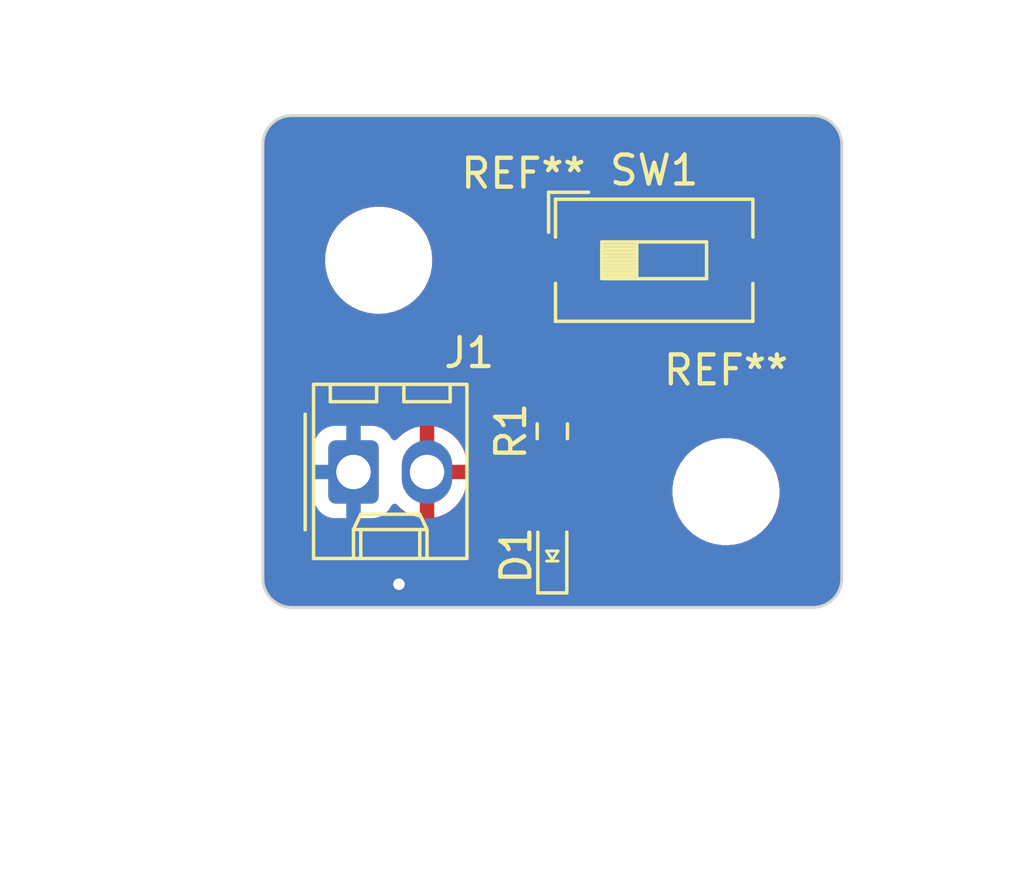
<source format=kicad_pcb>
(kicad_pcb (version 20221018) (generator pcbnew)
  (title_block (title "Proj1_9/11") (date "2023-09-11") (rev "0.0") (company "Illini Solar Car") (comment 1 "Designed By: Michael Chen"))
  (layers (0 "F.Cu" signal) (31 "B.Cu" signal) (34 "B.Paste" user) (35 "F.Paste" user) (36 "B.SilkS" user "B.Silkscreen") (37 "F.SilkS" user "F.Silkscreen") (38 "B.Mask" user) (39 "F.Mask" user) (44 "Edge.Cuts" user))
  (net 0 "")
  (net 1 "GND")
  (net 2 "Net-(D1-A)")
  (net 3 "Net-(R1-Pad1)")
  (net 4 "+3V3")
  (footprint "layout:LED_0603_Symbol_on_F.SilkS" (layer "F.Cu") (at 93 103.2 90)
    (fp_text reference "D1" (at 0 -1.25 90) (layer "F.SilkS"))
    (fp_text value "LED_RED")
    (fp_line (start -1.3 -0.5) (end -1.3 0.5) (stroke (width 0.12)) (layer "F.SilkS"))
    (fp_line (start -1.3 -0.5) (end 0.8 -0.5) (stroke (width 0.12)) (layer "F.SilkS"))
    (fp_line (start -1.3 0.5) (end 0.8 0.5) (stroke (width 0.12)) (layer "F.SilkS"))
    (fp_line (start -0.2 -0.2) (end -0.2 0.2) (stroke (width 0.1)) (layer "F.SilkS"))
    (fp_line (start -0.15 0) (end 0.15 -0.2) (stroke (width 0.1)) (layer "F.SilkS"))
    (fp_line (start 0.15 -0.2) (end 0.15 0.2) (stroke (width 0.1)) (layer "F.SilkS"))
    (fp_line (start 0.15 0.2) (end -0.15 0) (stroke (width 0.1)) (layer "F.SilkS"))
    (pad "1" smd rect (at -0.8 0 270) (size 0.8 0.8) (layers "F.Cu" "F.Paste" "F.Mask") (net 1 "GND"))
    (pad "2" smd rect (at 0.8 0 270) (size 0.8 0.8) (layers "F.Cu" "F.Paste" "F.Mask") (net 2 "Net-(D1-A)"))
  )
  (footprint "Resistor_SMD:R_0603_1608Metric_Pad0.98x0.95mm_HandSolder" (layer "F.Cu") (at 93 98.9125 90)
    (fp_text reference "R1" (at 0 -1.43 90) (layer "F.SilkS"))
    (fp_text value "105")
    (fp_line (start -0.254724 -0.5225) (end 0.254724 -0.5225) (stroke (width 0.12)) (layer "F.SilkS"))
    (fp_line (start -0.254724 0.5225) (end 0.254724 0.5225) (stroke (width 0.12)) (layer "F.SilkS"))
    (pad "1" smd roundrect (at -0.9125 0 90) (size 0.975 0.95) (layers "F.Cu" "F.Paste" "F.Mask") (net 3 "Net-(R1-Pad1)"))
    (pad "2" smd roundrect (at 0.9125 0 90) (size 0.975 0.95) (layers "F.Cu" "F.Paste" "F.Mask") (net 2 "Net-(D1-A)"))
  )
  (footprint "Connector_Molex:Molex_KK-254_AE-6410-02A_1x02_P2.54mm_Vertical" (layer "F.Cu") (at 86.13 100.32)
    (fp_text reference "J1" (at 4 -4.12) (layer "F.SilkS"))
    (fp_text value "Conn_01x02")
    (fp_line (start -1.67 -2) (end -1.67 2) (stroke (width 0.12)) (layer "F.SilkS"))
    (fp_line (start -1.38 -3.03) (end -1.38 2.99) (stroke (width 0.12)) (layer "F.SilkS"))
    (fp_line (start -1.38 2.99) (end 3.92 2.99) (stroke (width 0.12)) (layer "F.SilkS"))
    (fp_line (start -0.8 -3.03) (end -0.8 -2.43) (stroke (width 0.12)) (layer "F.SilkS"))
    (fp_line (start -0.8 -2.43) (end 0.8 -2.43) (stroke (width 0.12)) (layer "F.SilkS"))
    (fp_line (start 0 1.99) (end 0.25 1.46) (stroke (width 0.12)) (layer "F.SilkS"))
    (fp_line (start 0 1.99) (end 2.54 1.99) (stroke (width 0.12)) (layer "F.SilkS"))
    (fp_line (start 0 2.99) (end 0 1.99) (stroke (width 0.12)) (layer "F.SilkS"))
    (fp_line (start 0.25 1.46) (end 2.29 1.46) (stroke (width 0.12)) (layer "F.SilkS"))
    (fp_line (start 0.25 2.99) (end 0.25 1.99) (stroke (width 0.12)) (layer "F.SilkS"))
    (fp_line (start 0.8 -2.43) (end 0.8 -3.03) (stroke (width 0.12)) (layer "F.SilkS"))
    (fp_line (start 1.74 -3.03) (end 1.74 -2.43) (stroke (width 0.12)) (layer "F.SilkS"))
    (fp_line (start 1.74 -2.43) (end 3.34 -2.43) (stroke (width 0.12)) (layer "F.SilkS"))
    (fp_line (start 2.29 1.46) (end 2.54 1.99) (stroke (width 0.12)) (layer "F.SilkS"))
    (fp_line (start 2.29 2.99) (end 2.29 1.99) (stroke (width 0.12)) (layer "F.SilkS"))
    (fp_line (start 2.54 1.99) (end 2.54 2.99) (stroke (width 0.12)) (layer "F.SilkS"))
    (fp_line (start 3.34 -2.43) (end 3.34 -3.03) (stroke (width 0.12)) (layer "F.SilkS"))
    (fp_line (start 3.92 -3.03) (end -1.38 -3.03) (stroke (width 0.12)) (layer "F.SilkS"))
    (fp_line (start 3.92 2.99) (end 3.92 -3.03) (stroke (width 0.12)) (layer "F.SilkS"))
    (pad "1" thru_hole roundrect (at 0 0) (size 1.74 2.19) (drill 1.19) (layers "*.Cu" "*.Mask") (roundrect_rratio 0.143678) (net 1 "GND"))
    (pad "2" thru_hole oval (at 2.54 0) (size 1.74 2.19) (drill 1.19) (layers "*.Cu" "*.Mask") (net 4 "+3V3"))
  )
  (footprint "MountingHole:MountingHole_3.2mm_M3" (layer "F.Cu") (at 87 93)
    (fp_text reference "REF**" (at 5 -3) (layer "F.SilkS"))
    (fp_text value "MountingHole_3.2mm_M3")
    (pad "" np_thru_hole circle (at 0 0) (size 3.2 3.2) (drill 3.2) (layers "*.Cu" "*.Mask"))
  )
  (footprint "MountingHole:MountingHole_3.2mm_M3" (layer "F.Cu") (at 99 101)
    (fp_text reference "REF**" (at 0 -4.2) (layer "F.SilkS"))
    (fp_text value "MountingHole_3.2mm_M3")
    (pad "" np_thru_hole circle (at 0 0) (size 3.2 3.2) (drill 3.2) (layers "F&B.Cu" "*.Mask"))
  )
  (footprint "Button_Switch_SMD:SW_DIP_SPSTx01_Slide_6.7x4.1mm_W8.61mm_P2.54mm_LowProfile" (layer "F.Cu") (at 96.52 93)
    (fp_text reference "SW1" (at 0 -3.11) (layer "F.SilkS"))
    (fp_text value "SW_Push")
    (fp_line (start -3.65 -2.35) (end -3.65 -0.967) (stroke (width 0.12)) (layer "F.SilkS"))
    (fp_line (start -3.65 -2.35) (end -2.267 -2.35) (stroke (width 0.12)) (layer "F.SilkS"))
    (fp_line (start -3.41 -2.11) (end -3.41 -0.8) (stroke (width 0.12)) (layer "F.SilkS"))
    (fp_line (start -3.41 -2.11) (end 3.41 -2.11) (stroke (width 0.12)) (layer "F.SilkS"))
    (fp_line (start -3.41 0.8) (end -3.41 2.11) (stroke (width 0.12)) (layer "F.SilkS"))
    (fp_line (start -3.41 2.11) (end 3.41 2.11) (stroke (width 0.12)) (layer "F.SilkS"))
    (fp_line (start -1.81 -0.635) (end -1.81 0.635) (stroke (width 0.12)) (layer "F.SilkS"))
    (fp_line (start -1.81 -0.515) (end -0.603333 -0.515) (stroke (width 0.12)) (layer "F.SilkS"))
    (fp_line (start -1.81 -0.395) (end -0.603333 -0.395) (stroke (width 0.12)) (layer "F.SilkS"))
    (fp_line (start -1.81 -0.275) (end -0.603333 -0.275) (stroke (width 0.12)) (layer "F.SilkS"))
    (fp_line (start -1.81 -0.155) (end -0.603333 -0.155) (stroke (width 0.12)) (layer "F.SilkS"))
    (fp_line (start -1.81 -0.035) (end -0.603333 -0.035) (stroke (width 0.12)) (layer "F.SilkS"))
    (fp_line (start -1.81 0.085) (end -0.603333 0.085) (stroke (width 0.12)) (layer "F.SilkS"))
    (fp_line (start -1.81 0.205) (end -0.603333 0.205) (stroke (width 0.12)) (layer "F.SilkS"))
    (fp_line (start -1.81 0.325) (end -0.603333 0.325) (stroke (width 0.12)) (layer "F.SilkS"))
    (fp_line (start -1.81 0.445) (end -0.603333 0.445) (stroke (width 0.12)) (layer "F.SilkS"))
    (fp_line (start -1.81 0.565) (end -0.603333 0.565) (stroke (width 0.12)) (layer "F.SilkS"))
    (fp_line (start -1.81 0.635) (end 1.81 0.635) (stroke (width 0.12)) (layer "F.SilkS"))
    (fp_line (start -0.603333 -0.635) (end -0.603333 0.635) (stroke (width 0.12)) (layer "F.SilkS"))
    (fp_line (start 1.81 -0.635) (end -1.81 -0.635) (stroke (width 0.12)) (layer "F.SilkS"))
    (fp_line (start 1.81 0.635) (end 1.81 -0.635) (stroke (width 0.12)) (layer "F.SilkS"))
    (fp_line (start 3.41 -2.11) (end 3.41 -0.8) (stroke (width 0.12)) (layer "F.SilkS"))
    (fp_line (start 3.41 0.8) (end 3.41 2.11) (stroke (width 0.12)) (layer "F.SilkS"))
    (pad "1" smd rect (at -4.305 0) (size 2.44 1.12) (layers "F.Cu" "F.Paste" "F.Mask") (net 4 "+3V3"))
    (pad "2" smd rect (at 4.305 0) (size 2.44 1.12) (layers "F.Cu" "F.Paste" "F.Mask") (net 3 "Net-(R1-Pad1)"))
  )
  (gr_arc (start 102 88) (mid 102.707107 88.292893) (end 103 89) (stroke (width 0.1)) (layer "Edge.Cuts"))
  (gr_line (start 83.000001 103.999999) (end 83.000001 89.000001) (stroke (width 0.1)) (layer "Edge.Cuts"))
  (gr_arc (start 83.000001 89.000001) (mid 83.292894 88.292894) (end 84.000001 88.000001) (stroke (width 0.1)) (layer "Edge.Cuts"))
  (gr_line (start 102 105) (end 84.000001 104.999999) (stroke (width 0.1)) (layer "Edge.Cuts"))
  (gr_line (start 84.000001 88.000001) (end 102 88) (stroke (width 0.1)) (layer "Edge.Cuts"))
  (gr_arc (start 84.000001 104.999999) (mid 83.292894 104.707106) (end 83.000001 103.999999) (stroke (width 0.1)) (layer "Edge.Cuts"))
  (gr_line (start 103 89) (end 103 104) (stroke (width 0.1)) (layer "Edge.Cuts"))
  (gr_arc (start 103 104) (mid 102.707107 104.707107) (end 102 105) (stroke (width 0.1)) (layer "Edge.Cuts"))
  (segment (start 87.9 104) (end 87.7 104.2) (width 0.25) (layer "F.Cu") (net 1))
  (segment (start 93 104) (end 87.9 104) (width 0.25) (layer "F.Cu") (net 1))
  (via (at 87.7 104.2) (size 0.8) (drill 0.4) (layers "F.Cu" "B.Cu") (net 1))
  (segment (start 93.8 98.8) (end 93.8 101.6) (width 0.25) (layer "F.Cu") (net 2))
  (segment (start 93.8 101.6) (end 93 102.4) (width 0.25) (layer "F.Cu") (net 2))
  (segment (start 93 98) (end 93.8 98.8) (width 0.25) (layer "F.Cu") (net 2))
  (segment (start 97.825 96) (end 100.825 93) (width 0.25) (layer "F.Cu") (net 3))
  (segment (start 92.2 99.025) (end 92.2 97.517005) (width 0.25) (layer "F.Cu") (net 3))
  (segment (start 92.2 97.517005) (end 93.717005 96) (width 0.25) (layer "F.Cu") (net 3))
  (segment (start 93 99.825) (end 92.2 99.025) (width 0.25) (layer "F.Cu") (net 3))
  (segment (start 93.717005 96) (end 97.825 96) (width 0.25) (layer "F.Cu") (net 3))
  (zone (net 4) (net_name "+3V3") (layer "F.Cu") (priority 2) (connect_pads (clearance 0.508)) (min_thickness 0.25) (fill yes (thermal_gap 0.5) (thermal_bridge_width 0.5))
    (polygon (pts (xy 82.8 87.8) (xy 103.2 88) (xy 103.2 105.1) (xy 83 105.1)))
  )
  (zone (net 1) (net_name "GND") (layer "B.Cu") (priority 3) (connect_pads (clearance 0.508)) (min_thickness 0.25) (fill yes (thermal_gap 0.5) (thermal_bridge_width 0.5))
    (polygon (pts (xy 82.8 87.7) (xy 103.2 87.9) (xy 103.2 105.1) (xy 82.9 105.1)))
  )
)
</source>
